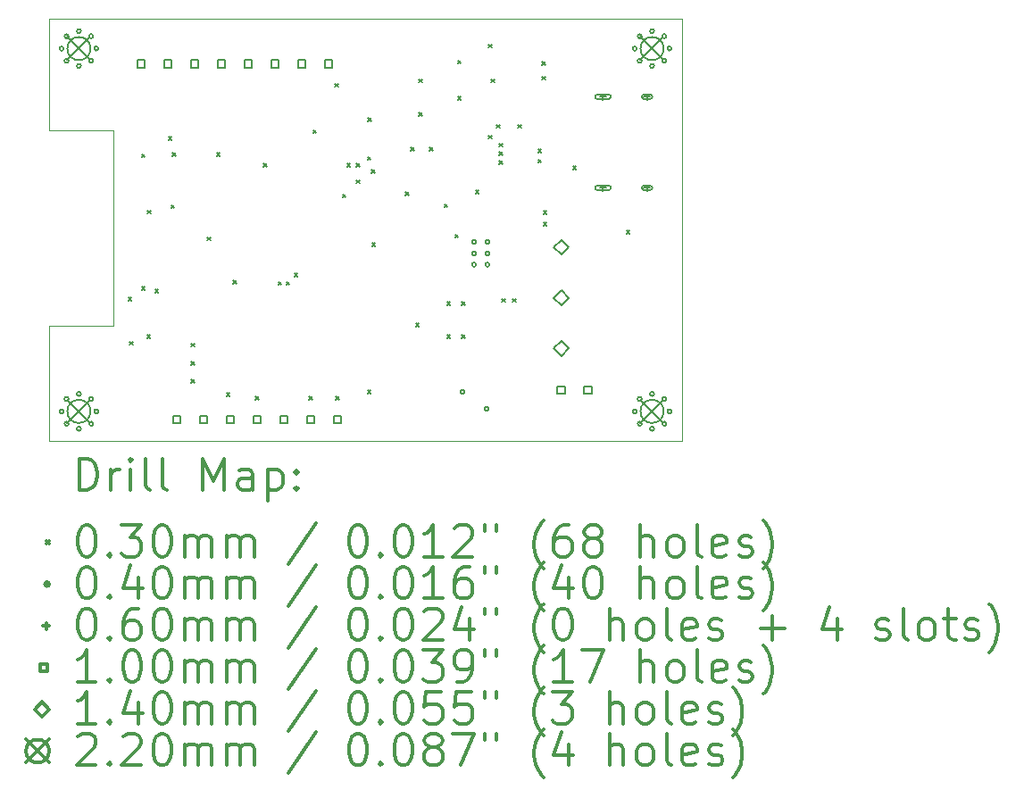
<source format=gbr>
%FSLAX45Y45*%
G04 Gerber Fmt 4.5, Leading zero omitted, Abs format (unit mm)*
G04 Created by KiCad (PCBNEW (5.1.5)-2) date 2020-03-24 14:46:55*
%MOMM*%
%LPD*%
G04 APERTURE LIST*
%TA.AperFunction,Profile*%
%ADD10C,0.050000*%
%TD*%
%ADD11C,0.200000*%
%ADD12C,0.300000*%
G04 APERTURE END LIST*
D10*
X10668000Y-10273800D02*
X11277600Y-10273800D01*
X10668000Y-11366000D02*
X10668000Y-10273800D01*
X11277600Y-8419600D02*
X11277600Y-10273800D01*
X10668000Y-8419600D02*
X11277600Y-8419600D01*
X10668000Y-7366000D02*
X10668000Y-8419600D01*
X16668000Y-7366000D02*
X16668000Y-11366000D01*
X10668000Y-7366000D02*
X16668000Y-7366000D01*
X10668000Y-11366000D02*
X16668000Y-11366000D01*
D11*
X11415000Y-10004800D02*
X11445000Y-10034800D01*
X11445000Y-10004800D02*
X11415000Y-10034800D01*
X11427700Y-10423900D02*
X11457700Y-10453900D01*
X11457700Y-10423900D02*
X11427700Y-10453900D01*
X11542000Y-8645900D02*
X11572000Y-8675900D01*
X11572000Y-8645900D02*
X11542000Y-8675900D01*
X11542000Y-9903200D02*
X11572000Y-9933200D01*
X11572000Y-9903200D02*
X11542000Y-9933200D01*
X11592800Y-10360400D02*
X11622800Y-10390400D01*
X11622800Y-10360400D02*
X11592800Y-10390400D01*
X11599150Y-9179300D02*
X11629150Y-9209300D01*
X11629150Y-9179300D02*
X11599150Y-9209300D01*
X11669000Y-9928600D02*
X11699000Y-9958600D01*
X11699000Y-9928600D02*
X11669000Y-9958600D01*
X11796000Y-8480800D02*
X11826000Y-8510800D01*
X11826000Y-8480800D02*
X11796000Y-8510800D01*
X11821400Y-9128500D02*
X11851400Y-9158500D01*
X11851400Y-9128500D02*
X11821400Y-9158500D01*
X11834100Y-8633200D02*
X11864100Y-8663200D01*
X11864100Y-8633200D02*
X11834100Y-8663200D01*
X12011900Y-10442950D02*
X12041900Y-10472950D01*
X12041900Y-10442950D02*
X12011900Y-10472950D01*
X12011900Y-10614400D02*
X12041900Y-10644400D01*
X12041900Y-10614400D02*
X12011900Y-10644400D01*
X12011900Y-10785850D02*
X12041900Y-10815850D01*
X12041900Y-10785850D02*
X12011900Y-10815850D01*
X12164300Y-9433300D02*
X12194300Y-9463300D01*
X12194300Y-9433300D02*
X12164300Y-9463300D01*
X12253200Y-8633200D02*
X12283200Y-8663200D01*
X12283200Y-8633200D02*
X12253200Y-8663200D01*
X12348450Y-10912850D02*
X12378450Y-10942850D01*
X12378450Y-10912850D02*
X12348450Y-10942850D01*
X12411950Y-9846050D02*
X12441950Y-9876050D01*
X12441950Y-9846050D02*
X12411950Y-9876050D01*
X12621500Y-10944600D02*
X12651500Y-10974600D01*
X12651500Y-10944600D02*
X12621500Y-10974600D01*
X12697700Y-8734800D02*
X12727700Y-8764800D01*
X12727700Y-8734800D02*
X12697700Y-8764800D01*
X12837400Y-9858750D02*
X12867400Y-9888750D01*
X12867400Y-9858750D02*
X12837400Y-9888750D01*
X12913600Y-9858750D02*
X12943600Y-9888750D01*
X12943600Y-9858750D02*
X12913600Y-9888750D01*
X12989800Y-9776200D02*
X13019800Y-9806200D01*
X13019800Y-9776200D02*
X12989800Y-9806200D01*
X13129500Y-10944600D02*
X13159500Y-10974600D01*
X13159500Y-10944600D02*
X13129500Y-10974600D01*
X13167600Y-8417300D02*
X13197600Y-8447300D01*
X13197600Y-8417300D02*
X13167600Y-8447300D01*
X13377150Y-7979150D02*
X13407150Y-8009150D01*
X13407150Y-7979150D02*
X13377150Y-8009150D01*
X13383500Y-10944600D02*
X13413500Y-10974600D01*
X13413500Y-10944600D02*
X13383500Y-10974600D01*
X13447000Y-9026900D02*
X13477000Y-9056900D01*
X13477000Y-9026900D02*
X13447000Y-9056900D01*
X13491450Y-8734800D02*
X13521450Y-8764800D01*
X13521450Y-8734800D02*
X13491450Y-8764800D01*
X13580350Y-8734800D02*
X13610350Y-8764800D01*
X13610350Y-8734800D02*
X13580350Y-8764800D01*
X13580350Y-8893550D02*
X13610350Y-8923550D01*
X13610350Y-8893550D02*
X13580350Y-8923550D01*
X13684450Y-10887450D02*
X13714450Y-10917450D01*
X13714450Y-10887450D02*
X13684450Y-10917450D01*
X13685760Y-8673840D02*
X13715760Y-8703840D01*
X13715760Y-8673840D02*
X13685760Y-8703840D01*
X13688300Y-8303000D02*
X13718300Y-8333000D01*
X13718300Y-8303000D02*
X13688300Y-8333000D01*
X13723352Y-8796522D02*
X13753352Y-8826522D01*
X13753352Y-8796522D02*
X13723352Y-8826522D01*
X13726400Y-9490450D02*
X13756400Y-9520450D01*
X13756400Y-9490450D02*
X13726400Y-9520450D01*
X14045900Y-9005850D02*
X14075900Y-9035850D01*
X14075900Y-9005850D02*
X14045900Y-9035850D01*
X14094700Y-8582400D02*
X14124700Y-8612400D01*
X14124700Y-8582400D02*
X14094700Y-8612400D01*
X14141700Y-10249900D02*
X14171700Y-10279900D01*
X14171700Y-10249900D02*
X14141700Y-10279900D01*
X14170900Y-7934700D02*
X14200900Y-7964700D01*
X14200900Y-7934700D02*
X14170900Y-7964700D01*
X14170900Y-8252200D02*
X14200900Y-8282200D01*
X14200900Y-8252200D02*
X14170900Y-8282200D01*
X14272500Y-8582400D02*
X14302500Y-8612400D01*
X14302500Y-8582400D02*
X14272500Y-8612400D01*
X14412200Y-9122150D02*
X14442200Y-9152150D01*
X14442200Y-9122150D02*
X14412200Y-9152150D01*
X14437600Y-10049250D02*
X14467600Y-10079250D01*
X14467600Y-10049250D02*
X14437600Y-10079250D01*
X14437600Y-10360400D02*
X14467600Y-10390400D01*
X14467600Y-10360400D02*
X14437600Y-10390400D01*
X14513800Y-9407900D02*
X14543800Y-9437900D01*
X14543800Y-9407900D02*
X14513800Y-9437900D01*
X14539200Y-7756900D02*
X14569200Y-7786900D01*
X14569200Y-7756900D02*
X14539200Y-7786900D01*
X14539200Y-8099800D02*
X14569200Y-8129800D01*
X14569200Y-8099800D02*
X14539200Y-8129800D01*
X14577300Y-10049250D02*
X14607300Y-10079250D01*
X14607300Y-10049250D02*
X14577300Y-10079250D01*
X14577300Y-10360400D02*
X14607300Y-10390400D01*
X14607300Y-10360400D02*
X14577300Y-10390400D01*
X14710650Y-8988800D02*
X14740650Y-9018800D01*
X14740650Y-8988800D02*
X14710650Y-9018800D01*
X14831300Y-7604500D02*
X14861300Y-7634500D01*
X14861300Y-7604500D02*
X14831300Y-7634500D01*
X14831300Y-8468100D02*
X14861300Y-8498100D01*
X14861300Y-8468100D02*
X14831300Y-8498100D01*
X14856700Y-7934700D02*
X14886700Y-7964700D01*
X14886700Y-7934700D02*
X14856700Y-7964700D01*
X14907500Y-8366500D02*
X14937500Y-8396500D01*
X14937500Y-8366500D02*
X14907500Y-8396500D01*
X14932900Y-8709400D02*
X14962900Y-8739400D01*
X14962900Y-8709400D02*
X14932900Y-8739400D01*
X14935440Y-8546840D02*
X14965440Y-8576840D01*
X14965440Y-8546840D02*
X14935440Y-8576840D01*
X14935440Y-8628120D02*
X14965440Y-8658120D01*
X14965440Y-8628120D02*
X14935440Y-8658120D01*
X14958300Y-10017500D02*
X14988300Y-10047500D01*
X14988300Y-10017500D02*
X14958300Y-10047500D01*
X15059900Y-10017500D02*
X15089900Y-10047500D01*
X15089900Y-10017500D02*
X15059900Y-10047500D01*
X15110700Y-8366500D02*
X15140700Y-8396500D01*
X15140700Y-8366500D02*
X15110700Y-8396500D01*
X15300970Y-8696470D02*
X15330970Y-8726470D01*
X15330970Y-8696470D02*
X15300970Y-8726470D01*
X15303740Y-8600180D02*
X15333740Y-8630180D01*
X15333740Y-8600180D02*
X15303740Y-8630180D01*
X15339300Y-7769600D02*
X15369300Y-7799600D01*
X15369300Y-7769600D02*
X15339300Y-7799600D01*
X15339300Y-7909300D02*
X15369300Y-7939300D01*
X15369300Y-7909300D02*
X15339300Y-7939300D01*
X15352000Y-9185650D02*
X15382000Y-9215650D01*
X15382000Y-9185650D02*
X15352000Y-9215650D01*
X15352000Y-9293600D02*
X15382000Y-9323600D01*
X15382000Y-9293600D02*
X15352000Y-9323600D01*
X15631400Y-8760200D02*
X15661400Y-8790200D01*
X15661400Y-8760200D02*
X15631400Y-8790200D01*
X16139400Y-9369800D02*
X16169400Y-9399800D01*
X16169400Y-9369800D02*
X16139400Y-9399800D01*
X14605950Y-10902450D02*
G75*
G03X14605950Y-10902450I-20000J0D01*
G01*
X14834550Y-11061200D02*
G75*
G03X14834550Y-11061200I-20000J0D01*
G01*
X10802400Y-11086600D02*
G75*
G03X10802400Y-11086600I-20000J0D01*
G01*
X10850727Y-10969927D02*
G75*
G03X10850727Y-10969927I-20000J0D01*
G01*
X10850727Y-11203273D02*
G75*
G03X10850727Y-11203273I-20000J0D01*
G01*
X10967400Y-10921600D02*
G75*
G03X10967400Y-10921600I-20000J0D01*
G01*
X10967400Y-11251600D02*
G75*
G03X10967400Y-11251600I-20000J0D01*
G01*
X11084073Y-10969927D02*
G75*
G03X11084073Y-10969927I-20000J0D01*
G01*
X11084073Y-11203273D02*
G75*
G03X11084073Y-11203273I-20000J0D01*
G01*
X11132400Y-11086600D02*
G75*
G03X11132400Y-11086600I-20000J0D01*
G01*
X16238000Y-7644900D02*
G75*
G03X16238000Y-7644900I-20000J0D01*
G01*
X16286327Y-7528227D02*
G75*
G03X16286327Y-7528227I-20000J0D01*
G01*
X16286327Y-7761573D02*
G75*
G03X16286327Y-7761573I-20000J0D01*
G01*
X16403000Y-7479900D02*
G75*
G03X16403000Y-7479900I-20000J0D01*
G01*
X16403000Y-7809900D02*
G75*
G03X16403000Y-7809900I-20000J0D01*
G01*
X16519673Y-7528227D02*
G75*
G03X16519673Y-7528227I-20000J0D01*
G01*
X16519673Y-7761573D02*
G75*
G03X16519673Y-7761573I-20000J0D01*
G01*
X16568000Y-7644900D02*
G75*
G03X16568000Y-7644900I-20000J0D01*
G01*
X10802400Y-7644900D02*
G75*
G03X10802400Y-7644900I-20000J0D01*
G01*
X10850727Y-7528227D02*
G75*
G03X10850727Y-7528227I-20000J0D01*
G01*
X10850727Y-7761573D02*
G75*
G03X10850727Y-7761573I-20000J0D01*
G01*
X10967400Y-7479900D02*
G75*
G03X10967400Y-7479900I-20000J0D01*
G01*
X10967400Y-7809900D02*
G75*
G03X10967400Y-7809900I-20000J0D01*
G01*
X11084073Y-7528227D02*
G75*
G03X11084073Y-7528227I-20000J0D01*
G01*
X11084073Y-7761573D02*
G75*
G03X11084073Y-7761573I-20000J0D01*
G01*
X11132400Y-7644900D02*
G75*
G03X11132400Y-7644900I-20000J0D01*
G01*
X16238000Y-11086600D02*
G75*
G03X16238000Y-11086600I-20000J0D01*
G01*
X16286327Y-10969927D02*
G75*
G03X16286327Y-10969927I-20000J0D01*
G01*
X16286327Y-11203273D02*
G75*
G03X16286327Y-11203273I-20000J0D01*
G01*
X16403000Y-10921600D02*
G75*
G03X16403000Y-10921600I-20000J0D01*
G01*
X16403000Y-11251600D02*
G75*
G03X16403000Y-11251600I-20000J0D01*
G01*
X16519673Y-10969927D02*
G75*
G03X16519673Y-10969927I-20000J0D01*
G01*
X16519673Y-11203273D02*
G75*
G03X16519673Y-11203273I-20000J0D01*
G01*
X16568000Y-11086600D02*
G75*
G03X16568000Y-11086600I-20000J0D01*
G01*
X14713900Y-9478780D02*
G75*
G03X14713900Y-9478780I-20000J0D01*
G01*
X14713900Y-9588000D02*
G75*
G03X14713900Y-9588000I-20000J0D01*
G01*
X14713900Y-9694680D02*
G75*
G03X14713900Y-9694680I-20000J0D01*
G01*
X14840900Y-9478780D02*
G75*
G03X14840900Y-9478780I-20000J0D01*
G01*
X14840900Y-9588000D02*
G75*
G03X14840900Y-9588000I-20000J0D01*
G01*
X14840900Y-9694680D02*
G75*
G03X14840900Y-9694680I-20000J0D01*
G01*
X15917600Y-8071900D02*
X15917600Y-8131900D01*
X15887600Y-8101900D02*
X15947600Y-8101900D01*
X15862600Y-8121900D02*
X15972600Y-8121900D01*
X15862600Y-8081900D02*
X15972600Y-8081900D01*
X15972600Y-8121900D02*
G75*
G03X15972600Y-8081900I0J20000D01*
G01*
X15862600Y-8081900D02*
G75*
G03X15862600Y-8121900I0J-20000D01*
G01*
X15917600Y-8935900D02*
X15917600Y-8995900D01*
X15887600Y-8965900D02*
X15947600Y-8965900D01*
X15862600Y-8985900D02*
X15972600Y-8985900D01*
X15862600Y-8945900D02*
X15972600Y-8945900D01*
X15972600Y-8985900D02*
G75*
G03X15972600Y-8945900I0J20000D01*
G01*
X15862600Y-8945900D02*
G75*
G03X15862600Y-8985900I0J-20000D01*
G01*
X16335600Y-8071900D02*
X16335600Y-8131900D01*
X16305600Y-8101900D02*
X16365600Y-8101900D01*
X16305600Y-8121900D02*
X16365600Y-8121900D01*
X16305600Y-8081900D02*
X16365600Y-8081900D01*
X16365600Y-8121900D02*
G75*
G03X16365600Y-8081900I0J20000D01*
G01*
X16305600Y-8081900D02*
G75*
G03X16305600Y-8121900I0J-20000D01*
G01*
X16335600Y-8935900D02*
X16335600Y-8995900D01*
X16305600Y-8965900D02*
X16365600Y-8965900D01*
X16305600Y-8985900D02*
X16365600Y-8985900D01*
X16305600Y-8945900D02*
X16365600Y-8945900D01*
X16365600Y-8985900D02*
G75*
G03X16365600Y-8945900I0J20000D01*
G01*
X16305600Y-8945900D02*
G75*
G03X16305600Y-8985900I0J-20000D01*
G01*
X15554756Y-10918756D02*
X15554756Y-10848044D01*
X15484044Y-10848044D01*
X15484044Y-10918756D01*
X15554756Y-10918756D01*
X15808756Y-10918756D02*
X15808756Y-10848044D01*
X15738044Y-10848044D01*
X15738044Y-10918756D01*
X15808756Y-10918756D01*
X11573306Y-7826306D02*
X11573306Y-7755594D01*
X11502594Y-7755594D01*
X11502594Y-7826306D01*
X11573306Y-7826306D01*
X11827306Y-7826306D02*
X11827306Y-7755594D01*
X11756594Y-7755594D01*
X11756594Y-7826306D01*
X11827306Y-7826306D01*
X12081306Y-7826306D02*
X12081306Y-7755594D01*
X12010594Y-7755594D01*
X12010594Y-7826306D01*
X12081306Y-7826306D01*
X12335306Y-7826306D02*
X12335306Y-7755594D01*
X12264594Y-7755594D01*
X12264594Y-7826306D01*
X12335306Y-7826306D01*
X12589306Y-7826306D02*
X12589306Y-7755594D01*
X12518594Y-7755594D01*
X12518594Y-7826306D01*
X12589306Y-7826306D01*
X12843306Y-7826306D02*
X12843306Y-7755594D01*
X12772594Y-7755594D01*
X12772594Y-7826306D01*
X12843306Y-7826306D01*
X13097306Y-7826306D02*
X13097306Y-7755594D01*
X13026594Y-7755594D01*
X13026594Y-7826306D01*
X13097306Y-7826306D01*
X13351306Y-7826306D02*
X13351306Y-7755594D01*
X13280594Y-7755594D01*
X13280594Y-7826306D01*
X13351306Y-7826306D01*
X11909856Y-11198156D02*
X11909856Y-11127444D01*
X11839144Y-11127444D01*
X11839144Y-11198156D01*
X11909856Y-11198156D01*
X12163856Y-11198156D02*
X12163856Y-11127444D01*
X12093144Y-11127444D01*
X12093144Y-11198156D01*
X12163856Y-11198156D01*
X12417856Y-11198156D02*
X12417856Y-11127444D01*
X12347144Y-11127444D01*
X12347144Y-11198156D01*
X12417856Y-11198156D01*
X12671856Y-11198156D02*
X12671856Y-11127444D01*
X12601144Y-11127444D01*
X12601144Y-11198156D01*
X12671856Y-11198156D01*
X12925856Y-11198156D02*
X12925856Y-11127444D01*
X12855144Y-11127444D01*
X12855144Y-11198156D01*
X12925856Y-11198156D01*
X13179856Y-11198156D02*
X13179856Y-11127444D01*
X13109144Y-11127444D01*
X13109144Y-11198156D01*
X13179856Y-11198156D01*
X13433856Y-11198156D02*
X13433856Y-11127444D01*
X13363144Y-11127444D01*
X13363144Y-11198156D01*
X13433856Y-11198156D01*
X15521940Y-9599580D02*
X15591940Y-9529580D01*
X15521940Y-9459580D01*
X15451940Y-9529580D01*
X15521940Y-9599580D01*
X15521940Y-10079580D02*
X15591940Y-10009580D01*
X15521940Y-9939580D01*
X15451940Y-10009580D01*
X15521940Y-10079580D01*
X15521940Y-10559580D02*
X15591940Y-10489580D01*
X15521940Y-10419580D01*
X15451940Y-10489580D01*
X15521940Y-10559580D01*
X16273000Y-7534900D02*
X16493000Y-7754900D01*
X16493000Y-7534900D02*
X16273000Y-7754900D01*
X16493000Y-7644900D02*
G75*
G03X16493000Y-7644900I-110000J0D01*
G01*
X10837400Y-7534900D02*
X11057400Y-7754900D01*
X11057400Y-7534900D02*
X10837400Y-7754900D01*
X11057400Y-7644900D02*
G75*
G03X11057400Y-7644900I-110000J0D01*
G01*
X16273000Y-10976600D02*
X16493000Y-11196600D01*
X16493000Y-10976600D02*
X16273000Y-11196600D01*
X16493000Y-11086600D02*
G75*
G03X16493000Y-11086600I-110000J0D01*
G01*
X10837400Y-10976600D02*
X11057400Y-11196600D01*
X11057400Y-10976600D02*
X10837400Y-11196600D01*
X11057400Y-11086600D02*
G75*
G03X11057400Y-11086600I-110000J0D01*
G01*
D12*
X10951928Y-11834214D02*
X10951928Y-11534214D01*
X11023357Y-11534214D01*
X11066214Y-11548500D01*
X11094786Y-11577071D01*
X11109071Y-11605643D01*
X11123357Y-11662786D01*
X11123357Y-11705643D01*
X11109071Y-11762786D01*
X11094786Y-11791357D01*
X11066214Y-11819929D01*
X11023357Y-11834214D01*
X10951928Y-11834214D01*
X11251928Y-11834214D02*
X11251928Y-11634214D01*
X11251928Y-11691357D02*
X11266214Y-11662786D01*
X11280500Y-11648500D01*
X11309071Y-11634214D01*
X11337643Y-11634214D01*
X11437643Y-11834214D02*
X11437643Y-11634214D01*
X11437643Y-11534214D02*
X11423357Y-11548500D01*
X11437643Y-11562786D01*
X11451928Y-11548500D01*
X11437643Y-11534214D01*
X11437643Y-11562786D01*
X11623357Y-11834214D02*
X11594786Y-11819929D01*
X11580500Y-11791357D01*
X11580500Y-11534214D01*
X11780500Y-11834214D02*
X11751928Y-11819929D01*
X11737643Y-11791357D01*
X11737643Y-11534214D01*
X12123357Y-11834214D02*
X12123357Y-11534214D01*
X12223357Y-11748500D01*
X12323357Y-11534214D01*
X12323357Y-11834214D01*
X12594786Y-11834214D02*
X12594786Y-11677071D01*
X12580500Y-11648500D01*
X12551928Y-11634214D01*
X12494786Y-11634214D01*
X12466214Y-11648500D01*
X12594786Y-11819929D02*
X12566214Y-11834214D01*
X12494786Y-11834214D01*
X12466214Y-11819929D01*
X12451928Y-11791357D01*
X12451928Y-11762786D01*
X12466214Y-11734214D01*
X12494786Y-11719929D01*
X12566214Y-11719929D01*
X12594786Y-11705643D01*
X12737643Y-11634214D02*
X12737643Y-11934214D01*
X12737643Y-11648500D02*
X12766214Y-11634214D01*
X12823357Y-11634214D01*
X12851928Y-11648500D01*
X12866214Y-11662786D01*
X12880500Y-11691357D01*
X12880500Y-11777071D01*
X12866214Y-11805643D01*
X12851928Y-11819929D01*
X12823357Y-11834214D01*
X12766214Y-11834214D01*
X12737643Y-11819929D01*
X13009071Y-11805643D02*
X13023357Y-11819929D01*
X13009071Y-11834214D01*
X12994786Y-11819929D01*
X13009071Y-11805643D01*
X13009071Y-11834214D01*
X13009071Y-11648500D02*
X13023357Y-11662786D01*
X13009071Y-11677071D01*
X12994786Y-11662786D01*
X13009071Y-11648500D01*
X13009071Y-11677071D01*
X10635500Y-12313500D02*
X10665500Y-12343500D01*
X10665500Y-12313500D02*
X10635500Y-12343500D01*
X11009071Y-12164214D02*
X11037643Y-12164214D01*
X11066214Y-12178500D01*
X11080500Y-12192786D01*
X11094786Y-12221357D01*
X11109071Y-12278500D01*
X11109071Y-12349929D01*
X11094786Y-12407071D01*
X11080500Y-12435643D01*
X11066214Y-12449929D01*
X11037643Y-12464214D01*
X11009071Y-12464214D01*
X10980500Y-12449929D01*
X10966214Y-12435643D01*
X10951928Y-12407071D01*
X10937643Y-12349929D01*
X10937643Y-12278500D01*
X10951928Y-12221357D01*
X10966214Y-12192786D01*
X10980500Y-12178500D01*
X11009071Y-12164214D01*
X11237643Y-12435643D02*
X11251928Y-12449929D01*
X11237643Y-12464214D01*
X11223357Y-12449929D01*
X11237643Y-12435643D01*
X11237643Y-12464214D01*
X11351928Y-12164214D02*
X11537643Y-12164214D01*
X11437643Y-12278500D01*
X11480500Y-12278500D01*
X11509071Y-12292786D01*
X11523357Y-12307071D01*
X11537643Y-12335643D01*
X11537643Y-12407071D01*
X11523357Y-12435643D01*
X11509071Y-12449929D01*
X11480500Y-12464214D01*
X11394786Y-12464214D01*
X11366214Y-12449929D01*
X11351928Y-12435643D01*
X11723357Y-12164214D02*
X11751928Y-12164214D01*
X11780500Y-12178500D01*
X11794786Y-12192786D01*
X11809071Y-12221357D01*
X11823357Y-12278500D01*
X11823357Y-12349929D01*
X11809071Y-12407071D01*
X11794786Y-12435643D01*
X11780500Y-12449929D01*
X11751928Y-12464214D01*
X11723357Y-12464214D01*
X11694786Y-12449929D01*
X11680500Y-12435643D01*
X11666214Y-12407071D01*
X11651928Y-12349929D01*
X11651928Y-12278500D01*
X11666214Y-12221357D01*
X11680500Y-12192786D01*
X11694786Y-12178500D01*
X11723357Y-12164214D01*
X11951928Y-12464214D02*
X11951928Y-12264214D01*
X11951928Y-12292786D02*
X11966214Y-12278500D01*
X11994786Y-12264214D01*
X12037643Y-12264214D01*
X12066214Y-12278500D01*
X12080500Y-12307071D01*
X12080500Y-12464214D01*
X12080500Y-12307071D02*
X12094786Y-12278500D01*
X12123357Y-12264214D01*
X12166214Y-12264214D01*
X12194786Y-12278500D01*
X12209071Y-12307071D01*
X12209071Y-12464214D01*
X12351928Y-12464214D02*
X12351928Y-12264214D01*
X12351928Y-12292786D02*
X12366214Y-12278500D01*
X12394786Y-12264214D01*
X12437643Y-12264214D01*
X12466214Y-12278500D01*
X12480500Y-12307071D01*
X12480500Y-12464214D01*
X12480500Y-12307071D02*
X12494786Y-12278500D01*
X12523357Y-12264214D01*
X12566214Y-12264214D01*
X12594786Y-12278500D01*
X12609071Y-12307071D01*
X12609071Y-12464214D01*
X13194786Y-12149929D02*
X12937643Y-12535643D01*
X13580500Y-12164214D02*
X13609071Y-12164214D01*
X13637643Y-12178500D01*
X13651928Y-12192786D01*
X13666214Y-12221357D01*
X13680500Y-12278500D01*
X13680500Y-12349929D01*
X13666214Y-12407071D01*
X13651928Y-12435643D01*
X13637643Y-12449929D01*
X13609071Y-12464214D01*
X13580500Y-12464214D01*
X13551928Y-12449929D01*
X13537643Y-12435643D01*
X13523357Y-12407071D01*
X13509071Y-12349929D01*
X13509071Y-12278500D01*
X13523357Y-12221357D01*
X13537643Y-12192786D01*
X13551928Y-12178500D01*
X13580500Y-12164214D01*
X13809071Y-12435643D02*
X13823357Y-12449929D01*
X13809071Y-12464214D01*
X13794786Y-12449929D01*
X13809071Y-12435643D01*
X13809071Y-12464214D01*
X14009071Y-12164214D02*
X14037643Y-12164214D01*
X14066214Y-12178500D01*
X14080500Y-12192786D01*
X14094786Y-12221357D01*
X14109071Y-12278500D01*
X14109071Y-12349929D01*
X14094786Y-12407071D01*
X14080500Y-12435643D01*
X14066214Y-12449929D01*
X14037643Y-12464214D01*
X14009071Y-12464214D01*
X13980500Y-12449929D01*
X13966214Y-12435643D01*
X13951928Y-12407071D01*
X13937643Y-12349929D01*
X13937643Y-12278500D01*
X13951928Y-12221357D01*
X13966214Y-12192786D01*
X13980500Y-12178500D01*
X14009071Y-12164214D01*
X14394786Y-12464214D02*
X14223357Y-12464214D01*
X14309071Y-12464214D02*
X14309071Y-12164214D01*
X14280500Y-12207071D01*
X14251928Y-12235643D01*
X14223357Y-12249929D01*
X14509071Y-12192786D02*
X14523357Y-12178500D01*
X14551928Y-12164214D01*
X14623357Y-12164214D01*
X14651928Y-12178500D01*
X14666214Y-12192786D01*
X14680500Y-12221357D01*
X14680500Y-12249929D01*
X14666214Y-12292786D01*
X14494786Y-12464214D01*
X14680500Y-12464214D01*
X14794786Y-12164214D02*
X14794786Y-12221357D01*
X14909071Y-12164214D02*
X14909071Y-12221357D01*
X15351928Y-12578500D02*
X15337643Y-12564214D01*
X15309071Y-12521357D01*
X15294786Y-12492786D01*
X15280500Y-12449929D01*
X15266214Y-12378500D01*
X15266214Y-12321357D01*
X15280500Y-12249929D01*
X15294786Y-12207071D01*
X15309071Y-12178500D01*
X15337643Y-12135643D01*
X15351928Y-12121357D01*
X15594786Y-12164214D02*
X15537643Y-12164214D01*
X15509071Y-12178500D01*
X15494786Y-12192786D01*
X15466214Y-12235643D01*
X15451928Y-12292786D01*
X15451928Y-12407071D01*
X15466214Y-12435643D01*
X15480500Y-12449929D01*
X15509071Y-12464214D01*
X15566214Y-12464214D01*
X15594786Y-12449929D01*
X15609071Y-12435643D01*
X15623357Y-12407071D01*
X15623357Y-12335643D01*
X15609071Y-12307071D01*
X15594786Y-12292786D01*
X15566214Y-12278500D01*
X15509071Y-12278500D01*
X15480500Y-12292786D01*
X15466214Y-12307071D01*
X15451928Y-12335643D01*
X15794786Y-12292786D02*
X15766214Y-12278500D01*
X15751928Y-12264214D01*
X15737643Y-12235643D01*
X15737643Y-12221357D01*
X15751928Y-12192786D01*
X15766214Y-12178500D01*
X15794786Y-12164214D01*
X15851928Y-12164214D01*
X15880500Y-12178500D01*
X15894786Y-12192786D01*
X15909071Y-12221357D01*
X15909071Y-12235643D01*
X15894786Y-12264214D01*
X15880500Y-12278500D01*
X15851928Y-12292786D01*
X15794786Y-12292786D01*
X15766214Y-12307071D01*
X15751928Y-12321357D01*
X15737643Y-12349929D01*
X15737643Y-12407071D01*
X15751928Y-12435643D01*
X15766214Y-12449929D01*
X15794786Y-12464214D01*
X15851928Y-12464214D01*
X15880500Y-12449929D01*
X15894786Y-12435643D01*
X15909071Y-12407071D01*
X15909071Y-12349929D01*
X15894786Y-12321357D01*
X15880500Y-12307071D01*
X15851928Y-12292786D01*
X16266214Y-12464214D02*
X16266214Y-12164214D01*
X16394786Y-12464214D02*
X16394786Y-12307071D01*
X16380500Y-12278500D01*
X16351928Y-12264214D01*
X16309071Y-12264214D01*
X16280500Y-12278500D01*
X16266214Y-12292786D01*
X16580500Y-12464214D02*
X16551928Y-12449929D01*
X16537643Y-12435643D01*
X16523357Y-12407071D01*
X16523357Y-12321357D01*
X16537643Y-12292786D01*
X16551928Y-12278500D01*
X16580500Y-12264214D01*
X16623357Y-12264214D01*
X16651928Y-12278500D01*
X16666214Y-12292786D01*
X16680500Y-12321357D01*
X16680500Y-12407071D01*
X16666214Y-12435643D01*
X16651928Y-12449929D01*
X16623357Y-12464214D01*
X16580500Y-12464214D01*
X16851928Y-12464214D02*
X16823357Y-12449929D01*
X16809071Y-12421357D01*
X16809071Y-12164214D01*
X17080500Y-12449929D02*
X17051928Y-12464214D01*
X16994786Y-12464214D01*
X16966214Y-12449929D01*
X16951928Y-12421357D01*
X16951928Y-12307071D01*
X16966214Y-12278500D01*
X16994786Y-12264214D01*
X17051928Y-12264214D01*
X17080500Y-12278500D01*
X17094786Y-12307071D01*
X17094786Y-12335643D01*
X16951928Y-12364214D01*
X17209071Y-12449929D02*
X17237643Y-12464214D01*
X17294786Y-12464214D01*
X17323357Y-12449929D01*
X17337643Y-12421357D01*
X17337643Y-12407071D01*
X17323357Y-12378500D01*
X17294786Y-12364214D01*
X17251928Y-12364214D01*
X17223357Y-12349929D01*
X17209071Y-12321357D01*
X17209071Y-12307071D01*
X17223357Y-12278500D01*
X17251928Y-12264214D01*
X17294786Y-12264214D01*
X17323357Y-12278500D01*
X17437643Y-12578500D02*
X17451928Y-12564214D01*
X17480500Y-12521357D01*
X17494786Y-12492786D01*
X17509071Y-12449929D01*
X17523357Y-12378500D01*
X17523357Y-12321357D01*
X17509071Y-12249929D01*
X17494786Y-12207071D01*
X17480500Y-12178500D01*
X17451928Y-12135643D01*
X17437643Y-12121357D01*
X10665500Y-12724500D02*
G75*
G03X10665500Y-12724500I-20000J0D01*
G01*
X11009071Y-12560214D02*
X11037643Y-12560214D01*
X11066214Y-12574500D01*
X11080500Y-12588786D01*
X11094786Y-12617357D01*
X11109071Y-12674500D01*
X11109071Y-12745929D01*
X11094786Y-12803071D01*
X11080500Y-12831643D01*
X11066214Y-12845929D01*
X11037643Y-12860214D01*
X11009071Y-12860214D01*
X10980500Y-12845929D01*
X10966214Y-12831643D01*
X10951928Y-12803071D01*
X10937643Y-12745929D01*
X10937643Y-12674500D01*
X10951928Y-12617357D01*
X10966214Y-12588786D01*
X10980500Y-12574500D01*
X11009071Y-12560214D01*
X11237643Y-12831643D02*
X11251928Y-12845929D01*
X11237643Y-12860214D01*
X11223357Y-12845929D01*
X11237643Y-12831643D01*
X11237643Y-12860214D01*
X11509071Y-12660214D02*
X11509071Y-12860214D01*
X11437643Y-12545929D02*
X11366214Y-12760214D01*
X11551928Y-12760214D01*
X11723357Y-12560214D02*
X11751928Y-12560214D01*
X11780500Y-12574500D01*
X11794786Y-12588786D01*
X11809071Y-12617357D01*
X11823357Y-12674500D01*
X11823357Y-12745929D01*
X11809071Y-12803071D01*
X11794786Y-12831643D01*
X11780500Y-12845929D01*
X11751928Y-12860214D01*
X11723357Y-12860214D01*
X11694786Y-12845929D01*
X11680500Y-12831643D01*
X11666214Y-12803071D01*
X11651928Y-12745929D01*
X11651928Y-12674500D01*
X11666214Y-12617357D01*
X11680500Y-12588786D01*
X11694786Y-12574500D01*
X11723357Y-12560214D01*
X11951928Y-12860214D02*
X11951928Y-12660214D01*
X11951928Y-12688786D02*
X11966214Y-12674500D01*
X11994786Y-12660214D01*
X12037643Y-12660214D01*
X12066214Y-12674500D01*
X12080500Y-12703071D01*
X12080500Y-12860214D01*
X12080500Y-12703071D02*
X12094786Y-12674500D01*
X12123357Y-12660214D01*
X12166214Y-12660214D01*
X12194786Y-12674500D01*
X12209071Y-12703071D01*
X12209071Y-12860214D01*
X12351928Y-12860214D02*
X12351928Y-12660214D01*
X12351928Y-12688786D02*
X12366214Y-12674500D01*
X12394786Y-12660214D01*
X12437643Y-12660214D01*
X12466214Y-12674500D01*
X12480500Y-12703071D01*
X12480500Y-12860214D01*
X12480500Y-12703071D02*
X12494786Y-12674500D01*
X12523357Y-12660214D01*
X12566214Y-12660214D01*
X12594786Y-12674500D01*
X12609071Y-12703071D01*
X12609071Y-12860214D01*
X13194786Y-12545929D02*
X12937643Y-12931643D01*
X13580500Y-12560214D02*
X13609071Y-12560214D01*
X13637643Y-12574500D01*
X13651928Y-12588786D01*
X13666214Y-12617357D01*
X13680500Y-12674500D01*
X13680500Y-12745929D01*
X13666214Y-12803071D01*
X13651928Y-12831643D01*
X13637643Y-12845929D01*
X13609071Y-12860214D01*
X13580500Y-12860214D01*
X13551928Y-12845929D01*
X13537643Y-12831643D01*
X13523357Y-12803071D01*
X13509071Y-12745929D01*
X13509071Y-12674500D01*
X13523357Y-12617357D01*
X13537643Y-12588786D01*
X13551928Y-12574500D01*
X13580500Y-12560214D01*
X13809071Y-12831643D02*
X13823357Y-12845929D01*
X13809071Y-12860214D01*
X13794786Y-12845929D01*
X13809071Y-12831643D01*
X13809071Y-12860214D01*
X14009071Y-12560214D02*
X14037643Y-12560214D01*
X14066214Y-12574500D01*
X14080500Y-12588786D01*
X14094786Y-12617357D01*
X14109071Y-12674500D01*
X14109071Y-12745929D01*
X14094786Y-12803071D01*
X14080500Y-12831643D01*
X14066214Y-12845929D01*
X14037643Y-12860214D01*
X14009071Y-12860214D01*
X13980500Y-12845929D01*
X13966214Y-12831643D01*
X13951928Y-12803071D01*
X13937643Y-12745929D01*
X13937643Y-12674500D01*
X13951928Y-12617357D01*
X13966214Y-12588786D01*
X13980500Y-12574500D01*
X14009071Y-12560214D01*
X14394786Y-12860214D02*
X14223357Y-12860214D01*
X14309071Y-12860214D02*
X14309071Y-12560214D01*
X14280500Y-12603071D01*
X14251928Y-12631643D01*
X14223357Y-12645929D01*
X14651928Y-12560214D02*
X14594786Y-12560214D01*
X14566214Y-12574500D01*
X14551928Y-12588786D01*
X14523357Y-12631643D01*
X14509071Y-12688786D01*
X14509071Y-12803071D01*
X14523357Y-12831643D01*
X14537643Y-12845929D01*
X14566214Y-12860214D01*
X14623357Y-12860214D01*
X14651928Y-12845929D01*
X14666214Y-12831643D01*
X14680500Y-12803071D01*
X14680500Y-12731643D01*
X14666214Y-12703071D01*
X14651928Y-12688786D01*
X14623357Y-12674500D01*
X14566214Y-12674500D01*
X14537643Y-12688786D01*
X14523357Y-12703071D01*
X14509071Y-12731643D01*
X14794786Y-12560214D02*
X14794786Y-12617357D01*
X14909071Y-12560214D02*
X14909071Y-12617357D01*
X15351928Y-12974500D02*
X15337643Y-12960214D01*
X15309071Y-12917357D01*
X15294786Y-12888786D01*
X15280500Y-12845929D01*
X15266214Y-12774500D01*
X15266214Y-12717357D01*
X15280500Y-12645929D01*
X15294786Y-12603071D01*
X15309071Y-12574500D01*
X15337643Y-12531643D01*
X15351928Y-12517357D01*
X15594786Y-12660214D02*
X15594786Y-12860214D01*
X15523357Y-12545929D02*
X15451928Y-12760214D01*
X15637643Y-12760214D01*
X15809071Y-12560214D02*
X15837643Y-12560214D01*
X15866214Y-12574500D01*
X15880500Y-12588786D01*
X15894786Y-12617357D01*
X15909071Y-12674500D01*
X15909071Y-12745929D01*
X15894786Y-12803071D01*
X15880500Y-12831643D01*
X15866214Y-12845929D01*
X15837643Y-12860214D01*
X15809071Y-12860214D01*
X15780500Y-12845929D01*
X15766214Y-12831643D01*
X15751928Y-12803071D01*
X15737643Y-12745929D01*
X15737643Y-12674500D01*
X15751928Y-12617357D01*
X15766214Y-12588786D01*
X15780500Y-12574500D01*
X15809071Y-12560214D01*
X16266214Y-12860214D02*
X16266214Y-12560214D01*
X16394786Y-12860214D02*
X16394786Y-12703071D01*
X16380500Y-12674500D01*
X16351928Y-12660214D01*
X16309071Y-12660214D01*
X16280500Y-12674500D01*
X16266214Y-12688786D01*
X16580500Y-12860214D02*
X16551928Y-12845929D01*
X16537643Y-12831643D01*
X16523357Y-12803071D01*
X16523357Y-12717357D01*
X16537643Y-12688786D01*
X16551928Y-12674500D01*
X16580500Y-12660214D01*
X16623357Y-12660214D01*
X16651928Y-12674500D01*
X16666214Y-12688786D01*
X16680500Y-12717357D01*
X16680500Y-12803071D01*
X16666214Y-12831643D01*
X16651928Y-12845929D01*
X16623357Y-12860214D01*
X16580500Y-12860214D01*
X16851928Y-12860214D02*
X16823357Y-12845929D01*
X16809071Y-12817357D01*
X16809071Y-12560214D01*
X17080500Y-12845929D02*
X17051928Y-12860214D01*
X16994786Y-12860214D01*
X16966214Y-12845929D01*
X16951928Y-12817357D01*
X16951928Y-12703071D01*
X16966214Y-12674500D01*
X16994786Y-12660214D01*
X17051928Y-12660214D01*
X17080500Y-12674500D01*
X17094786Y-12703071D01*
X17094786Y-12731643D01*
X16951928Y-12760214D01*
X17209071Y-12845929D02*
X17237643Y-12860214D01*
X17294786Y-12860214D01*
X17323357Y-12845929D01*
X17337643Y-12817357D01*
X17337643Y-12803071D01*
X17323357Y-12774500D01*
X17294786Y-12760214D01*
X17251928Y-12760214D01*
X17223357Y-12745929D01*
X17209071Y-12717357D01*
X17209071Y-12703071D01*
X17223357Y-12674500D01*
X17251928Y-12660214D01*
X17294786Y-12660214D01*
X17323357Y-12674500D01*
X17437643Y-12974500D02*
X17451928Y-12960214D01*
X17480500Y-12917357D01*
X17494786Y-12888786D01*
X17509071Y-12845929D01*
X17523357Y-12774500D01*
X17523357Y-12717357D01*
X17509071Y-12645929D01*
X17494786Y-12603071D01*
X17480500Y-12574500D01*
X17451928Y-12531643D01*
X17437643Y-12517357D01*
X10635500Y-13090500D02*
X10635500Y-13150500D01*
X10605500Y-13120500D02*
X10665500Y-13120500D01*
X11009071Y-12956214D02*
X11037643Y-12956214D01*
X11066214Y-12970500D01*
X11080500Y-12984786D01*
X11094786Y-13013357D01*
X11109071Y-13070500D01*
X11109071Y-13141929D01*
X11094786Y-13199071D01*
X11080500Y-13227643D01*
X11066214Y-13241929D01*
X11037643Y-13256214D01*
X11009071Y-13256214D01*
X10980500Y-13241929D01*
X10966214Y-13227643D01*
X10951928Y-13199071D01*
X10937643Y-13141929D01*
X10937643Y-13070500D01*
X10951928Y-13013357D01*
X10966214Y-12984786D01*
X10980500Y-12970500D01*
X11009071Y-12956214D01*
X11237643Y-13227643D02*
X11251928Y-13241929D01*
X11237643Y-13256214D01*
X11223357Y-13241929D01*
X11237643Y-13227643D01*
X11237643Y-13256214D01*
X11509071Y-12956214D02*
X11451928Y-12956214D01*
X11423357Y-12970500D01*
X11409071Y-12984786D01*
X11380500Y-13027643D01*
X11366214Y-13084786D01*
X11366214Y-13199071D01*
X11380500Y-13227643D01*
X11394786Y-13241929D01*
X11423357Y-13256214D01*
X11480500Y-13256214D01*
X11509071Y-13241929D01*
X11523357Y-13227643D01*
X11537643Y-13199071D01*
X11537643Y-13127643D01*
X11523357Y-13099071D01*
X11509071Y-13084786D01*
X11480500Y-13070500D01*
X11423357Y-13070500D01*
X11394786Y-13084786D01*
X11380500Y-13099071D01*
X11366214Y-13127643D01*
X11723357Y-12956214D02*
X11751928Y-12956214D01*
X11780500Y-12970500D01*
X11794786Y-12984786D01*
X11809071Y-13013357D01*
X11823357Y-13070500D01*
X11823357Y-13141929D01*
X11809071Y-13199071D01*
X11794786Y-13227643D01*
X11780500Y-13241929D01*
X11751928Y-13256214D01*
X11723357Y-13256214D01*
X11694786Y-13241929D01*
X11680500Y-13227643D01*
X11666214Y-13199071D01*
X11651928Y-13141929D01*
X11651928Y-13070500D01*
X11666214Y-13013357D01*
X11680500Y-12984786D01*
X11694786Y-12970500D01*
X11723357Y-12956214D01*
X11951928Y-13256214D02*
X11951928Y-13056214D01*
X11951928Y-13084786D02*
X11966214Y-13070500D01*
X11994786Y-13056214D01*
X12037643Y-13056214D01*
X12066214Y-13070500D01*
X12080500Y-13099071D01*
X12080500Y-13256214D01*
X12080500Y-13099071D02*
X12094786Y-13070500D01*
X12123357Y-13056214D01*
X12166214Y-13056214D01*
X12194786Y-13070500D01*
X12209071Y-13099071D01*
X12209071Y-13256214D01*
X12351928Y-13256214D02*
X12351928Y-13056214D01*
X12351928Y-13084786D02*
X12366214Y-13070500D01*
X12394786Y-13056214D01*
X12437643Y-13056214D01*
X12466214Y-13070500D01*
X12480500Y-13099071D01*
X12480500Y-13256214D01*
X12480500Y-13099071D02*
X12494786Y-13070500D01*
X12523357Y-13056214D01*
X12566214Y-13056214D01*
X12594786Y-13070500D01*
X12609071Y-13099071D01*
X12609071Y-13256214D01*
X13194786Y-12941929D02*
X12937643Y-13327643D01*
X13580500Y-12956214D02*
X13609071Y-12956214D01*
X13637643Y-12970500D01*
X13651928Y-12984786D01*
X13666214Y-13013357D01*
X13680500Y-13070500D01*
X13680500Y-13141929D01*
X13666214Y-13199071D01*
X13651928Y-13227643D01*
X13637643Y-13241929D01*
X13609071Y-13256214D01*
X13580500Y-13256214D01*
X13551928Y-13241929D01*
X13537643Y-13227643D01*
X13523357Y-13199071D01*
X13509071Y-13141929D01*
X13509071Y-13070500D01*
X13523357Y-13013357D01*
X13537643Y-12984786D01*
X13551928Y-12970500D01*
X13580500Y-12956214D01*
X13809071Y-13227643D02*
X13823357Y-13241929D01*
X13809071Y-13256214D01*
X13794786Y-13241929D01*
X13809071Y-13227643D01*
X13809071Y-13256214D01*
X14009071Y-12956214D02*
X14037643Y-12956214D01*
X14066214Y-12970500D01*
X14080500Y-12984786D01*
X14094786Y-13013357D01*
X14109071Y-13070500D01*
X14109071Y-13141929D01*
X14094786Y-13199071D01*
X14080500Y-13227643D01*
X14066214Y-13241929D01*
X14037643Y-13256214D01*
X14009071Y-13256214D01*
X13980500Y-13241929D01*
X13966214Y-13227643D01*
X13951928Y-13199071D01*
X13937643Y-13141929D01*
X13937643Y-13070500D01*
X13951928Y-13013357D01*
X13966214Y-12984786D01*
X13980500Y-12970500D01*
X14009071Y-12956214D01*
X14223357Y-12984786D02*
X14237643Y-12970500D01*
X14266214Y-12956214D01*
X14337643Y-12956214D01*
X14366214Y-12970500D01*
X14380500Y-12984786D01*
X14394786Y-13013357D01*
X14394786Y-13041929D01*
X14380500Y-13084786D01*
X14209071Y-13256214D01*
X14394786Y-13256214D01*
X14651928Y-13056214D02*
X14651928Y-13256214D01*
X14580500Y-12941929D02*
X14509071Y-13156214D01*
X14694786Y-13156214D01*
X14794786Y-12956214D02*
X14794786Y-13013357D01*
X14909071Y-12956214D02*
X14909071Y-13013357D01*
X15351928Y-13370500D02*
X15337643Y-13356214D01*
X15309071Y-13313357D01*
X15294786Y-13284786D01*
X15280500Y-13241929D01*
X15266214Y-13170500D01*
X15266214Y-13113357D01*
X15280500Y-13041929D01*
X15294786Y-12999071D01*
X15309071Y-12970500D01*
X15337643Y-12927643D01*
X15351928Y-12913357D01*
X15523357Y-12956214D02*
X15551928Y-12956214D01*
X15580500Y-12970500D01*
X15594786Y-12984786D01*
X15609071Y-13013357D01*
X15623357Y-13070500D01*
X15623357Y-13141929D01*
X15609071Y-13199071D01*
X15594786Y-13227643D01*
X15580500Y-13241929D01*
X15551928Y-13256214D01*
X15523357Y-13256214D01*
X15494786Y-13241929D01*
X15480500Y-13227643D01*
X15466214Y-13199071D01*
X15451928Y-13141929D01*
X15451928Y-13070500D01*
X15466214Y-13013357D01*
X15480500Y-12984786D01*
X15494786Y-12970500D01*
X15523357Y-12956214D01*
X15980500Y-13256214D02*
X15980500Y-12956214D01*
X16109071Y-13256214D02*
X16109071Y-13099071D01*
X16094786Y-13070500D01*
X16066214Y-13056214D01*
X16023357Y-13056214D01*
X15994786Y-13070500D01*
X15980500Y-13084786D01*
X16294786Y-13256214D02*
X16266214Y-13241929D01*
X16251928Y-13227643D01*
X16237643Y-13199071D01*
X16237643Y-13113357D01*
X16251928Y-13084786D01*
X16266214Y-13070500D01*
X16294786Y-13056214D01*
X16337643Y-13056214D01*
X16366214Y-13070500D01*
X16380500Y-13084786D01*
X16394786Y-13113357D01*
X16394786Y-13199071D01*
X16380500Y-13227643D01*
X16366214Y-13241929D01*
X16337643Y-13256214D01*
X16294786Y-13256214D01*
X16566214Y-13256214D02*
X16537643Y-13241929D01*
X16523357Y-13213357D01*
X16523357Y-12956214D01*
X16794786Y-13241929D02*
X16766214Y-13256214D01*
X16709071Y-13256214D01*
X16680500Y-13241929D01*
X16666214Y-13213357D01*
X16666214Y-13099071D01*
X16680500Y-13070500D01*
X16709071Y-13056214D01*
X16766214Y-13056214D01*
X16794786Y-13070500D01*
X16809071Y-13099071D01*
X16809071Y-13127643D01*
X16666214Y-13156214D01*
X16923357Y-13241929D02*
X16951928Y-13256214D01*
X17009071Y-13256214D01*
X17037643Y-13241929D01*
X17051928Y-13213357D01*
X17051928Y-13199071D01*
X17037643Y-13170500D01*
X17009071Y-13156214D01*
X16966214Y-13156214D01*
X16937643Y-13141929D01*
X16923357Y-13113357D01*
X16923357Y-13099071D01*
X16937643Y-13070500D01*
X16966214Y-13056214D01*
X17009071Y-13056214D01*
X17037643Y-13070500D01*
X17409071Y-13141929D02*
X17637643Y-13141929D01*
X17523357Y-13256214D02*
X17523357Y-13027643D01*
X18137643Y-13056214D02*
X18137643Y-13256214D01*
X18066214Y-12941929D02*
X17994786Y-13156214D01*
X18180500Y-13156214D01*
X18509071Y-13241929D02*
X18537643Y-13256214D01*
X18594786Y-13256214D01*
X18623357Y-13241929D01*
X18637643Y-13213357D01*
X18637643Y-13199071D01*
X18623357Y-13170500D01*
X18594786Y-13156214D01*
X18551928Y-13156214D01*
X18523357Y-13141929D01*
X18509071Y-13113357D01*
X18509071Y-13099071D01*
X18523357Y-13070500D01*
X18551928Y-13056214D01*
X18594786Y-13056214D01*
X18623357Y-13070500D01*
X18809071Y-13256214D02*
X18780500Y-13241929D01*
X18766214Y-13213357D01*
X18766214Y-12956214D01*
X18966214Y-13256214D02*
X18937643Y-13241929D01*
X18923357Y-13227643D01*
X18909071Y-13199071D01*
X18909071Y-13113357D01*
X18923357Y-13084786D01*
X18937643Y-13070500D01*
X18966214Y-13056214D01*
X19009071Y-13056214D01*
X19037643Y-13070500D01*
X19051928Y-13084786D01*
X19066214Y-13113357D01*
X19066214Y-13199071D01*
X19051928Y-13227643D01*
X19037643Y-13241929D01*
X19009071Y-13256214D01*
X18966214Y-13256214D01*
X19151928Y-13056214D02*
X19266214Y-13056214D01*
X19194786Y-12956214D02*
X19194786Y-13213357D01*
X19209071Y-13241929D01*
X19237643Y-13256214D01*
X19266214Y-13256214D01*
X19351928Y-13241929D02*
X19380500Y-13256214D01*
X19437643Y-13256214D01*
X19466214Y-13241929D01*
X19480500Y-13213357D01*
X19480500Y-13199071D01*
X19466214Y-13170500D01*
X19437643Y-13156214D01*
X19394786Y-13156214D01*
X19366214Y-13141929D01*
X19351928Y-13113357D01*
X19351928Y-13099071D01*
X19366214Y-13070500D01*
X19394786Y-13056214D01*
X19437643Y-13056214D01*
X19466214Y-13070500D01*
X19580500Y-13370500D02*
X19594786Y-13356214D01*
X19623357Y-13313357D01*
X19637643Y-13284786D01*
X19651928Y-13241929D01*
X19666214Y-13170500D01*
X19666214Y-13113357D01*
X19651928Y-13041929D01*
X19637643Y-12999071D01*
X19623357Y-12970500D01*
X19594786Y-12927643D01*
X19580500Y-12913357D01*
X10650856Y-13551856D02*
X10650856Y-13481144D01*
X10580144Y-13481144D01*
X10580144Y-13551856D01*
X10650856Y-13551856D01*
X11109071Y-13652214D02*
X10937643Y-13652214D01*
X11023357Y-13652214D02*
X11023357Y-13352214D01*
X10994786Y-13395071D01*
X10966214Y-13423643D01*
X10937643Y-13437929D01*
X11237643Y-13623643D02*
X11251928Y-13637929D01*
X11237643Y-13652214D01*
X11223357Y-13637929D01*
X11237643Y-13623643D01*
X11237643Y-13652214D01*
X11437643Y-13352214D02*
X11466214Y-13352214D01*
X11494786Y-13366500D01*
X11509071Y-13380786D01*
X11523357Y-13409357D01*
X11537643Y-13466500D01*
X11537643Y-13537929D01*
X11523357Y-13595071D01*
X11509071Y-13623643D01*
X11494786Y-13637929D01*
X11466214Y-13652214D01*
X11437643Y-13652214D01*
X11409071Y-13637929D01*
X11394786Y-13623643D01*
X11380500Y-13595071D01*
X11366214Y-13537929D01*
X11366214Y-13466500D01*
X11380500Y-13409357D01*
X11394786Y-13380786D01*
X11409071Y-13366500D01*
X11437643Y-13352214D01*
X11723357Y-13352214D02*
X11751928Y-13352214D01*
X11780500Y-13366500D01*
X11794786Y-13380786D01*
X11809071Y-13409357D01*
X11823357Y-13466500D01*
X11823357Y-13537929D01*
X11809071Y-13595071D01*
X11794786Y-13623643D01*
X11780500Y-13637929D01*
X11751928Y-13652214D01*
X11723357Y-13652214D01*
X11694786Y-13637929D01*
X11680500Y-13623643D01*
X11666214Y-13595071D01*
X11651928Y-13537929D01*
X11651928Y-13466500D01*
X11666214Y-13409357D01*
X11680500Y-13380786D01*
X11694786Y-13366500D01*
X11723357Y-13352214D01*
X11951928Y-13652214D02*
X11951928Y-13452214D01*
X11951928Y-13480786D02*
X11966214Y-13466500D01*
X11994786Y-13452214D01*
X12037643Y-13452214D01*
X12066214Y-13466500D01*
X12080500Y-13495071D01*
X12080500Y-13652214D01*
X12080500Y-13495071D02*
X12094786Y-13466500D01*
X12123357Y-13452214D01*
X12166214Y-13452214D01*
X12194786Y-13466500D01*
X12209071Y-13495071D01*
X12209071Y-13652214D01*
X12351928Y-13652214D02*
X12351928Y-13452214D01*
X12351928Y-13480786D02*
X12366214Y-13466500D01*
X12394786Y-13452214D01*
X12437643Y-13452214D01*
X12466214Y-13466500D01*
X12480500Y-13495071D01*
X12480500Y-13652214D01*
X12480500Y-13495071D02*
X12494786Y-13466500D01*
X12523357Y-13452214D01*
X12566214Y-13452214D01*
X12594786Y-13466500D01*
X12609071Y-13495071D01*
X12609071Y-13652214D01*
X13194786Y-13337929D02*
X12937643Y-13723643D01*
X13580500Y-13352214D02*
X13609071Y-13352214D01*
X13637643Y-13366500D01*
X13651928Y-13380786D01*
X13666214Y-13409357D01*
X13680500Y-13466500D01*
X13680500Y-13537929D01*
X13666214Y-13595071D01*
X13651928Y-13623643D01*
X13637643Y-13637929D01*
X13609071Y-13652214D01*
X13580500Y-13652214D01*
X13551928Y-13637929D01*
X13537643Y-13623643D01*
X13523357Y-13595071D01*
X13509071Y-13537929D01*
X13509071Y-13466500D01*
X13523357Y-13409357D01*
X13537643Y-13380786D01*
X13551928Y-13366500D01*
X13580500Y-13352214D01*
X13809071Y-13623643D02*
X13823357Y-13637929D01*
X13809071Y-13652214D01*
X13794786Y-13637929D01*
X13809071Y-13623643D01*
X13809071Y-13652214D01*
X14009071Y-13352214D02*
X14037643Y-13352214D01*
X14066214Y-13366500D01*
X14080500Y-13380786D01*
X14094786Y-13409357D01*
X14109071Y-13466500D01*
X14109071Y-13537929D01*
X14094786Y-13595071D01*
X14080500Y-13623643D01*
X14066214Y-13637929D01*
X14037643Y-13652214D01*
X14009071Y-13652214D01*
X13980500Y-13637929D01*
X13966214Y-13623643D01*
X13951928Y-13595071D01*
X13937643Y-13537929D01*
X13937643Y-13466500D01*
X13951928Y-13409357D01*
X13966214Y-13380786D01*
X13980500Y-13366500D01*
X14009071Y-13352214D01*
X14209071Y-13352214D02*
X14394786Y-13352214D01*
X14294786Y-13466500D01*
X14337643Y-13466500D01*
X14366214Y-13480786D01*
X14380500Y-13495071D01*
X14394786Y-13523643D01*
X14394786Y-13595071D01*
X14380500Y-13623643D01*
X14366214Y-13637929D01*
X14337643Y-13652214D01*
X14251928Y-13652214D01*
X14223357Y-13637929D01*
X14209071Y-13623643D01*
X14537643Y-13652214D02*
X14594786Y-13652214D01*
X14623357Y-13637929D01*
X14637643Y-13623643D01*
X14666214Y-13580786D01*
X14680500Y-13523643D01*
X14680500Y-13409357D01*
X14666214Y-13380786D01*
X14651928Y-13366500D01*
X14623357Y-13352214D01*
X14566214Y-13352214D01*
X14537643Y-13366500D01*
X14523357Y-13380786D01*
X14509071Y-13409357D01*
X14509071Y-13480786D01*
X14523357Y-13509357D01*
X14537643Y-13523643D01*
X14566214Y-13537929D01*
X14623357Y-13537929D01*
X14651928Y-13523643D01*
X14666214Y-13509357D01*
X14680500Y-13480786D01*
X14794786Y-13352214D02*
X14794786Y-13409357D01*
X14909071Y-13352214D02*
X14909071Y-13409357D01*
X15351928Y-13766500D02*
X15337643Y-13752214D01*
X15309071Y-13709357D01*
X15294786Y-13680786D01*
X15280500Y-13637929D01*
X15266214Y-13566500D01*
X15266214Y-13509357D01*
X15280500Y-13437929D01*
X15294786Y-13395071D01*
X15309071Y-13366500D01*
X15337643Y-13323643D01*
X15351928Y-13309357D01*
X15623357Y-13652214D02*
X15451928Y-13652214D01*
X15537643Y-13652214D02*
X15537643Y-13352214D01*
X15509071Y-13395071D01*
X15480500Y-13423643D01*
X15451928Y-13437929D01*
X15723357Y-13352214D02*
X15923357Y-13352214D01*
X15794786Y-13652214D01*
X16266214Y-13652214D02*
X16266214Y-13352214D01*
X16394786Y-13652214D02*
X16394786Y-13495071D01*
X16380500Y-13466500D01*
X16351928Y-13452214D01*
X16309071Y-13452214D01*
X16280500Y-13466500D01*
X16266214Y-13480786D01*
X16580500Y-13652214D02*
X16551928Y-13637929D01*
X16537643Y-13623643D01*
X16523357Y-13595071D01*
X16523357Y-13509357D01*
X16537643Y-13480786D01*
X16551928Y-13466500D01*
X16580500Y-13452214D01*
X16623357Y-13452214D01*
X16651928Y-13466500D01*
X16666214Y-13480786D01*
X16680500Y-13509357D01*
X16680500Y-13595071D01*
X16666214Y-13623643D01*
X16651928Y-13637929D01*
X16623357Y-13652214D01*
X16580500Y-13652214D01*
X16851928Y-13652214D02*
X16823357Y-13637929D01*
X16809071Y-13609357D01*
X16809071Y-13352214D01*
X17080500Y-13637929D02*
X17051928Y-13652214D01*
X16994786Y-13652214D01*
X16966214Y-13637929D01*
X16951928Y-13609357D01*
X16951928Y-13495071D01*
X16966214Y-13466500D01*
X16994786Y-13452214D01*
X17051928Y-13452214D01*
X17080500Y-13466500D01*
X17094786Y-13495071D01*
X17094786Y-13523643D01*
X16951928Y-13552214D01*
X17209071Y-13637929D02*
X17237643Y-13652214D01*
X17294786Y-13652214D01*
X17323357Y-13637929D01*
X17337643Y-13609357D01*
X17337643Y-13595071D01*
X17323357Y-13566500D01*
X17294786Y-13552214D01*
X17251928Y-13552214D01*
X17223357Y-13537929D01*
X17209071Y-13509357D01*
X17209071Y-13495071D01*
X17223357Y-13466500D01*
X17251928Y-13452214D01*
X17294786Y-13452214D01*
X17323357Y-13466500D01*
X17437643Y-13766500D02*
X17451928Y-13752214D01*
X17480500Y-13709357D01*
X17494786Y-13680786D01*
X17509071Y-13637929D01*
X17523357Y-13566500D01*
X17523357Y-13509357D01*
X17509071Y-13437929D01*
X17494786Y-13395071D01*
X17480500Y-13366500D01*
X17451928Y-13323643D01*
X17437643Y-13309357D01*
X10595500Y-13982500D02*
X10665500Y-13912500D01*
X10595500Y-13842500D01*
X10525500Y-13912500D01*
X10595500Y-13982500D01*
X11109071Y-14048214D02*
X10937643Y-14048214D01*
X11023357Y-14048214D02*
X11023357Y-13748214D01*
X10994786Y-13791071D01*
X10966214Y-13819643D01*
X10937643Y-13833929D01*
X11237643Y-14019643D02*
X11251928Y-14033929D01*
X11237643Y-14048214D01*
X11223357Y-14033929D01*
X11237643Y-14019643D01*
X11237643Y-14048214D01*
X11509071Y-13848214D02*
X11509071Y-14048214D01*
X11437643Y-13733929D02*
X11366214Y-13948214D01*
X11551928Y-13948214D01*
X11723357Y-13748214D02*
X11751928Y-13748214D01*
X11780500Y-13762500D01*
X11794786Y-13776786D01*
X11809071Y-13805357D01*
X11823357Y-13862500D01*
X11823357Y-13933929D01*
X11809071Y-13991071D01*
X11794786Y-14019643D01*
X11780500Y-14033929D01*
X11751928Y-14048214D01*
X11723357Y-14048214D01*
X11694786Y-14033929D01*
X11680500Y-14019643D01*
X11666214Y-13991071D01*
X11651928Y-13933929D01*
X11651928Y-13862500D01*
X11666214Y-13805357D01*
X11680500Y-13776786D01*
X11694786Y-13762500D01*
X11723357Y-13748214D01*
X11951928Y-14048214D02*
X11951928Y-13848214D01*
X11951928Y-13876786D02*
X11966214Y-13862500D01*
X11994786Y-13848214D01*
X12037643Y-13848214D01*
X12066214Y-13862500D01*
X12080500Y-13891071D01*
X12080500Y-14048214D01*
X12080500Y-13891071D02*
X12094786Y-13862500D01*
X12123357Y-13848214D01*
X12166214Y-13848214D01*
X12194786Y-13862500D01*
X12209071Y-13891071D01*
X12209071Y-14048214D01*
X12351928Y-14048214D02*
X12351928Y-13848214D01*
X12351928Y-13876786D02*
X12366214Y-13862500D01*
X12394786Y-13848214D01*
X12437643Y-13848214D01*
X12466214Y-13862500D01*
X12480500Y-13891071D01*
X12480500Y-14048214D01*
X12480500Y-13891071D02*
X12494786Y-13862500D01*
X12523357Y-13848214D01*
X12566214Y-13848214D01*
X12594786Y-13862500D01*
X12609071Y-13891071D01*
X12609071Y-14048214D01*
X13194786Y-13733929D02*
X12937643Y-14119643D01*
X13580500Y-13748214D02*
X13609071Y-13748214D01*
X13637643Y-13762500D01*
X13651928Y-13776786D01*
X13666214Y-13805357D01*
X13680500Y-13862500D01*
X13680500Y-13933929D01*
X13666214Y-13991071D01*
X13651928Y-14019643D01*
X13637643Y-14033929D01*
X13609071Y-14048214D01*
X13580500Y-14048214D01*
X13551928Y-14033929D01*
X13537643Y-14019643D01*
X13523357Y-13991071D01*
X13509071Y-13933929D01*
X13509071Y-13862500D01*
X13523357Y-13805357D01*
X13537643Y-13776786D01*
X13551928Y-13762500D01*
X13580500Y-13748214D01*
X13809071Y-14019643D02*
X13823357Y-14033929D01*
X13809071Y-14048214D01*
X13794786Y-14033929D01*
X13809071Y-14019643D01*
X13809071Y-14048214D01*
X14009071Y-13748214D02*
X14037643Y-13748214D01*
X14066214Y-13762500D01*
X14080500Y-13776786D01*
X14094786Y-13805357D01*
X14109071Y-13862500D01*
X14109071Y-13933929D01*
X14094786Y-13991071D01*
X14080500Y-14019643D01*
X14066214Y-14033929D01*
X14037643Y-14048214D01*
X14009071Y-14048214D01*
X13980500Y-14033929D01*
X13966214Y-14019643D01*
X13951928Y-13991071D01*
X13937643Y-13933929D01*
X13937643Y-13862500D01*
X13951928Y-13805357D01*
X13966214Y-13776786D01*
X13980500Y-13762500D01*
X14009071Y-13748214D01*
X14380500Y-13748214D02*
X14237643Y-13748214D01*
X14223357Y-13891071D01*
X14237643Y-13876786D01*
X14266214Y-13862500D01*
X14337643Y-13862500D01*
X14366214Y-13876786D01*
X14380500Y-13891071D01*
X14394786Y-13919643D01*
X14394786Y-13991071D01*
X14380500Y-14019643D01*
X14366214Y-14033929D01*
X14337643Y-14048214D01*
X14266214Y-14048214D01*
X14237643Y-14033929D01*
X14223357Y-14019643D01*
X14666214Y-13748214D02*
X14523357Y-13748214D01*
X14509071Y-13891071D01*
X14523357Y-13876786D01*
X14551928Y-13862500D01*
X14623357Y-13862500D01*
X14651928Y-13876786D01*
X14666214Y-13891071D01*
X14680500Y-13919643D01*
X14680500Y-13991071D01*
X14666214Y-14019643D01*
X14651928Y-14033929D01*
X14623357Y-14048214D01*
X14551928Y-14048214D01*
X14523357Y-14033929D01*
X14509071Y-14019643D01*
X14794786Y-13748214D02*
X14794786Y-13805357D01*
X14909071Y-13748214D02*
X14909071Y-13805357D01*
X15351928Y-14162500D02*
X15337643Y-14148214D01*
X15309071Y-14105357D01*
X15294786Y-14076786D01*
X15280500Y-14033929D01*
X15266214Y-13962500D01*
X15266214Y-13905357D01*
X15280500Y-13833929D01*
X15294786Y-13791071D01*
X15309071Y-13762500D01*
X15337643Y-13719643D01*
X15351928Y-13705357D01*
X15437643Y-13748214D02*
X15623357Y-13748214D01*
X15523357Y-13862500D01*
X15566214Y-13862500D01*
X15594786Y-13876786D01*
X15609071Y-13891071D01*
X15623357Y-13919643D01*
X15623357Y-13991071D01*
X15609071Y-14019643D01*
X15594786Y-14033929D01*
X15566214Y-14048214D01*
X15480500Y-14048214D01*
X15451928Y-14033929D01*
X15437643Y-14019643D01*
X15980500Y-14048214D02*
X15980500Y-13748214D01*
X16109071Y-14048214D02*
X16109071Y-13891071D01*
X16094786Y-13862500D01*
X16066214Y-13848214D01*
X16023357Y-13848214D01*
X15994786Y-13862500D01*
X15980500Y-13876786D01*
X16294786Y-14048214D02*
X16266214Y-14033929D01*
X16251928Y-14019643D01*
X16237643Y-13991071D01*
X16237643Y-13905357D01*
X16251928Y-13876786D01*
X16266214Y-13862500D01*
X16294786Y-13848214D01*
X16337643Y-13848214D01*
X16366214Y-13862500D01*
X16380500Y-13876786D01*
X16394786Y-13905357D01*
X16394786Y-13991071D01*
X16380500Y-14019643D01*
X16366214Y-14033929D01*
X16337643Y-14048214D01*
X16294786Y-14048214D01*
X16566214Y-14048214D02*
X16537643Y-14033929D01*
X16523357Y-14005357D01*
X16523357Y-13748214D01*
X16794786Y-14033929D02*
X16766214Y-14048214D01*
X16709071Y-14048214D01*
X16680500Y-14033929D01*
X16666214Y-14005357D01*
X16666214Y-13891071D01*
X16680500Y-13862500D01*
X16709071Y-13848214D01*
X16766214Y-13848214D01*
X16794786Y-13862500D01*
X16809071Y-13891071D01*
X16809071Y-13919643D01*
X16666214Y-13948214D01*
X16923357Y-14033929D02*
X16951928Y-14048214D01*
X17009071Y-14048214D01*
X17037643Y-14033929D01*
X17051928Y-14005357D01*
X17051928Y-13991071D01*
X17037643Y-13962500D01*
X17009071Y-13948214D01*
X16966214Y-13948214D01*
X16937643Y-13933929D01*
X16923357Y-13905357D01*
X16923357Y-13891071D01*
X16937643Y-13862500D01*
X16966214Y-13848214D01*
X17009071Y-13848214D01*
X17037643Y-13862500D01*
X17151928Y-14162500D02*
X17166214Y-14148214D01*
X17194786Y-14105357D01*
X17209071Y-14076786D01*
X17223357Y-14033929D01*
X17237643Y-13962500D01*
X17237643Y-13905357D01*
X17223357Y-13833929D01*
X17209071Y-13791071D01*
X17194786Y-13762500D01*
X17166214Y-13719643D01*
X17151928Y-13705357D01*
X10445500Y-14198500D02*
X10665500Y-14418500D01*
X10665500Y-14198500D02*
X10445500Y-14418500D01*
X10665500Y-14308500D02*
G75*
G03X10665500Y-14308500I-110000J0D01*
G01*
X10937643Y-14172786D02*
X10951928Y-14158500D01*
X10980500Y-14144214D01*
X11051928Y-14144214D01*
X11080500Y-14158500D01*
X11094786Y-14172786D01*
X11109071Y-14201357D01*
X11109071Y-14229929D01*
X11094786Y-14272786D01*
X10923357Y-14444214D01*
X11109071Y-14444214D01*
X11237643Y-14415643D02*
X11251928Y-14429929D01*
X11237643Y-14444214D01*
X11223357Y-14429929D01*
X11237643Y-14415643D01*
X11237643Y-14444214D01*
X11366214Y-14172786D02*
X11380500Y-14158500D01*
X11409071Y-14144214D01*
X11480500Y-14144214D01*
X11509071Y-14158500D01*
X11523357Y-14172786D01*
X11537643Y-14201357D01*
X11537643Y-14229929D01*
X11523357Y-14272786D01*
X11351928Y-14444214D01*
X11537643Y-14444214D01*
X11723357Y-14144214D02*
X11751928Y-14144214D01*
X11780500Y-14158500D01*
X11794786Y-14172786D01*
X11809071Y-14201357D01*
X11823357Y-14258500D01*
X11823357Y-14329929D01*
X11809071Y-14387071D01*
X11794786Y-14415643D01*
X11780500Y-14429929D01*
X11751928Y-14444214D01*
X11723357Y-14444214D01*
X11694786Y-14429929D01*
X11680500Y-14415643D01*
X11666214Y-14387071D01*
X11651928Y-14329929D01*
X11651928Y-14258500D01*
X11666214Y-14201357D01*
X11680500Y-14172786D01*
X11694786Y-14158500D01*
X11723357Y-14144214D01*
X11951928Y-14444214D02*
X11951928Y-14244214D01*
X11951928Y-14272786D02*
X11966214Y-14258500D01*
X11994786Y-14244214D01*
X12037643Y-14244214D01*
X12066214Y-14258500D01*
X12080500Y-14287071D01*
X12080500Y-14444214D01*
X12080500Y-14287071D02*
X12094786Y-14258500D01*
X12123357Y-14244214D01*
X12166214Y-14244214D01*
X12194786Y-14258500D01*
X12209071Y-14287071D01*
X12209071Y-14444214D01*
X12351928Y-14444214D02*
X12351928Y-14244214D01*
X12351928Y-14272786D02*
X12366214Y-14258500D01*
X12394786Y-14244214D01*
X12437643Y-14244214D01*
X12466214Y-14258500D01*
X12480500Y-14287071D01*
X12480500Y-14444214D01*
X12480500Y-14287071D02*
X12494786Y-14258500D01*
X12523357Y-14244214D01*
X12566214Y-14244214D01*
X12594786Y-14258500D01*
X12609071Y-14287071D01*
X12609071Y-14444214D01*
X13194786Y-14129929D02*
X12937643Y-14515643D01*
X13580500Y-14144214D02*
X13609071Y-14144214D01*
X13637643Y-14158500D01*
X13651928Y-14172786D01*
X13666214Y-14201357D01*
X13680500Y-14258500D01*
X13680500Y-14329929D01*
X13666214Y-14387071D01*
X13651928Y-14415643D01*
X13637643Y-14429929D01*
X13609071Y-14444214D01*
X13580500Y-14444214D01*
X13551928Y-14429929D01*
X13537643Y-14415643D01*
X13523357Y-14387071D01*
X13509071Y-14329929D01*
X13509071Y-14258500D01*
X13523357Y-14201357D01*
X13537643Y-14172786D01*
X13551928Y-14158500D01*
X13580500Y-14144214D01*
X13809071Y-14415643D02*
X13823357Y-14429929D01*
X13809071Y-14444214D01*
X13794786Y-14429929D01*
X13809071Y-14415643D01*
X13809071Y-14444214D01*
X14009071Y-14144214D02*
X14037643Y-14144214D01*
X14066214Y-14158500D01*
X14080500Y-14172786D01*
X14094786Y-14201357D01*
X14109071Y-14258500D01*
X14109071Y-14329929D01*
X14094786Y-14387071D01*
X14080500Y-14415643D01*
X14066214Y-14429929D01*
X14037643Y-14444214D01*
X14009071Y-14444214D01*
X13980500Y-14429929D01*
X13966214Y-14415643D01*
X13951928Y-14387071D01*
X13937643Y-14329929D01*
X13937643Y-14258500D01*
X13951928Y-14201357D01*
X13966214Y-14172786D01*
X13980500Y-14158500D01*
X14009071Y-14144214D01*
X14280500Y-14272786D02*
X14251928Y-14258500D01*
X14237643Y-14244214D01*
X14223357Y-14215643D01*
X14223357Y-14201357D01*
X14237643Y-14172786D01*
X14251928Y-14158500D01*
X14280500Y-14144214D01*
X14337643Y-14144214D01*
X14366214Y-14158500D01*
X14380500Y-14172786D01*
X14394786Y-14201357D01*
X14394786Y-14215643D01*
X14380500Y-14244214D01*
X14366214Y-14258500D01*
X14337643Y-14272786D01*
X14280500Y-14272786D01*
X14251928Y-14287071D01*
X14237643Y-14301357D01*
X14223357Y-14329929D01*
X14223357Y-14387071D01*
X14237643Y-14415643D01*
X14251928Y-14429929D01*
X14280500Y-14444214D01*
X14337643Y-14444214D01*
X14366214Y-14429929D01*
X14380500Y-14415643D01*
X14394786Y-14387071D01*
X14394786Y-14329929D01*
X14380500Y-14301357D01*
X14366214Y-14287071D01*
X14337643Y-14272786D01*
X14494786Y-14144214D02*
X14694786Y-14144214D01*
X14566214Y-14444214D01*
X14794786Y-14144214D02*
X14794786Y-14201357D01*
X14909071Y-14144214D02*
X14909071Y-14201357D01*
X15351928Y-14558500D02*
X15337643Y-14544214D01*
X15309071Y-14501357D01*
X15294786Y-14472786D01*
X15280500Y-14429929D01*
X15266214Y-14358500D01*
X15266214Y-14301357D01*
X15280500Y-14229929D01*
X15294786Y-14187071D01*
X15309071Y-14158500D01*
X15337643Y-14115643D01*
X15351928Y-14101357D01*
X15594786Y-14244214D02*
X15594786Y-14444214D01*
X15523357Y-14129929D02*
X15451928Y-14344214D01*
X15637643Y-14344214D01*
X15980500Y-14444214D02*
X15980500Y-14144214D01*
X16109071Y-14444214D02*
X16109071Y-14287071D01*
X16094786Y-14258500D01*
X16066214Y-14244214D01*
X16023357Y-14244214D01*
X15994786Y-14258500D01*
X15980500Y-14272786D01*
X16294786Y-14444214D02*
X16266214Y-14429929D01*
X16251928Y-14415643D01*
X16237643Y-14387071D01*
X16237643Y-14301357D01*
X16251928Y-14272786D01*
X16266214Y-14258500D01*
X16294786Y-14244214D01*
X16337643Y-14244214D01*
X16366214Y-14258500D01*
X16380500Y-14272786D01*
X16394786Y-14301357D01*
X16394786Y-14387071D01*
X16380500Y-14415643D01*
X16366214Y-14429929D01*
X16337643Y-14444214D01*
X16294786Y-14444214D01*
X16566214Y-14444214D02*
X16537643Y-14429929D01*
X16523357Y-14401357D01*
X16523357Y-14144214D01*
X16794786Y-14429929D02*
X16766214Y-14444214D01*
X16709071Y-14444214D01*
X16680500Y-14429929D01*
X16666214Y-14401357D01*
X16666214Y-14287071D01*
X16680500Y-14258500D01*
X16709071Y-14244214D01*
X16766214Y-14244214D01*
X16794786Y-14258500D01*
X16809071Y-14287071D01*
X16809071Y-14315643D01*
X16666214Y-14344214D01*
X16923357Y-14429929D02*
X16951928Y-14444214D01*
X17009071Y-14444214D01*
X17037643Y-14429929D01*
X17051928Y-14401357D01*
X17051928Y-14387071D01*
X17037643Y-14358500D01*
X17009071Y-14344214D01*
X16966214Y-14344214D01*
X16937643Y-14329929D01*
X16923357Y-14301357D01*
X16923357Y-14287071D01*
X16937643Y-14258500D01*
X16966214Y-14244214D01*
X17009071Y-14244214D01*
X17037643Y-14258500D01*
X17151928Y-14558500D02*
X17166214Y-14544214D01*
X17194786Y-14501357D01*
X17209071Y-14472786D01*
X17223357Y-14429929D01*
X17237643Y-14358500D01*
X17237643Y-14301357D01*
X17223357Y-14229929D01*
X17209071Y-14187071D01*
X17194786Y-14158500D01*
X17166214Y-14115643D01*
X17151928Y-14101357D01*
M02*

</source>
